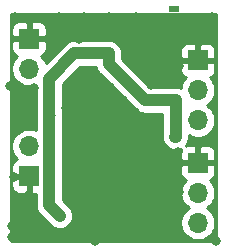
<source format=gbr>
%TF.GenerationSoftware,KiCad,Pcbnew,(5.1.10-1-10_14)*%
%TF.CreationDate,2021-11-01T10:51:15+01:00*%
%TF.ProjectId,esp32-wled-pcb,65737033-322d-4776-9c65-642d7063622e,rev?*%
%TF.SameCoordinates,Original*%
%TF.FileFunction,Copper,L2,Bot*%
%TF.FilePolarity,Positive*%
%FSLAX46Y46*%
G04 Gerber Fmt 4.6, Leading zero omitted, Abs format (unit mm)*
G04 Created by KiCad (PCBNEW (5.1.10-1-10_14)) date 2021-11-01 10:51:15*
%MOMM*%
%LPD*%
G01*
G04 APERTURE LIST*
%TA.AperFunction,ComponentPad*%
%ADD10O,1.700000X1.700000*%
%TD*%
%TA.AperFunction,ComponentPad*%
%ADD11R,1.700000X1.700000*%
%TD*%
%TA.AperFunction,ComponentPad*%
%ADD12R,0.900000X0.500000*%
%TD*%
%TA.AperFunction,ViaPad*%
%ADD13C,0.800000*%
%TD*%
%TA.AperFunction,Conductor*%
%ADD14C,1.000000*%
%TD*%
%TA.AperFunction,Conductor*%
%ADD15C,0.250000*%
%TD*%
%TA.AperFunction,Conductor*%
%ADD16C,0.254000*%
%TD*%
%TA.AperFunction,Conductor*%
%ADD17C,0.100000*%
%TD*%
G04 APERTURE END LIST*
D10*
%TO.P,J4,2*%
%TO.N,/BOOT*%
X106800000Y-62400000D03*
D11*
%TO.P,J4,1*%
%TO.N,GND*%
X106800000Y-64940000D03*
%TD*%
D10*
%TO.P,J3,2*%
%TO.N,/RST*%
X106800000Y-55840000D03*
D11*
%TO.P,J3,1*%
%TO.N,GND*%
X106800000Y-53300000D03*
%TD*%
D10*
%TO.P,J2,3*%
%TO.N,+5V*%
X121100000Y-68880000D03*
%TO.P,J2,2*%
%TO.N,/LED_DATA*%
X121100000Y-66340000D03*
D11*
%TO.P,J2,1*%
%TO.N,GND*%
X121100000Y-63800000D03*
%TD*%
D10*
%TO.P,J1,3*%
%TO.N,/ESP32_RXD*%
X121100000Y-60200000D03*
%TO.P,J1,2*%
%TO.N,/ESP32_TXD*%
X121100000Y-57660000D03*
D11*
%TO.P,J1,1*%
%TO.N,GND*%
X121100000Y-55120000D03*
%TD*%
D12*
%TO.P,AE1,2*%
%TO.N,GND*%
X119100000Y-50750000D03*
%TD*%
D13*
%TO.N,GND*%
X117100000Y-57200000D03*
X122600000Y-70400000D03*
X112350000Y-70450000D03*
X118200000Y-51950000D03*
X118200000Y-52900000D03*
X118200000Y-53800000D03*
X115900000Y-53950000D03*
X115900000Y-51500000D03*
X118200000Y-54700000D03*
X105400000Y-70100000D03*
X106425000Y-68825000D03*
X106600000Y-69900000D03*
X105350000Y-69150000D03*
X119225000Y-51650000D03*
X113550000Y-51500000D03*
X111450000Y-51500000D03*
X109350000Y-51500000D03*
X118450000Y-63550000D03*
X115800000Y-61625000D03*
X113700000Y-61625000D03*
X113700000Y-57425000D03*
X116850000Y-60575000D03*
X112650000Y-60575000D03*
X112650000Y-58475000D03*
X113700000Y-59525000D03*
X115800000Y-59525000D03*
X114750000Y-60575000D03*
X114750000Y-58475000D03*
X115900000Y-52600000D03*
X109900000Y-59200000D03*
X105600000Y-60300000D03*
X107150000Y-60700000D03*
X106800000Y-66500000D03*
X105500000Y-65000000D03*
X119400000Y-62900000D03*
X122300000Y-62000000D03*
X122300000Y-51500000D03*
X105600000Y-51500000D03*
X108500000Y-54700000D03*
X105200000Y-57300000D03*
X111000000Y-53300000D03*
X109500000Y-53700000D03*
X118600000Y-70050000D03*
X120600000Y-62000000D03*
X119500000Y-66300000D03*
X119500000Y-55600000D03*
X113700000Y-65700000D03*
X112350000Y-69100000D03*
X112350000Y-67859810D03*
X111099998Y-66950000D03*
X110800000Y-69050000D03*
X114650000Y-64200000D03*
X117200000Y-64200000D03*
X111300000Y-56050000D03*
X107250000Y-57450000D03*
X108000000Y-51550000D03*
X120800000Y-51550000D03*
X122350000Y-53350000D03*
%TO.N,+3V3*%
X113550000Y-54550000D03*
X109400000Y-68300000D03*
X119214990Y-58500000D03*
X119200000Y-61600000D03*
X108510001Y-62300000D03*
X108515631Y-56684369D03*
%TD*%
D14*
%TO.N,+3V3*%
X110650000Y-54550000D02*
X113550000Y-54550000D01*
D15*
X108915631Y-59800000D02*
X108515631Y-59400000D01*
X118850000Y-61600000D02*
X119200000Y-61600000D01*
D14*
X119214990Y-61585010D02*
X119200000Y-61600000D01*
X119214990Y-58500000D02*
X119214990Y-61585010D01*
X108515631Y-56684369D02*
X110650000Y-54550000D01*
X108515631Y-62294370D02*
X108510001Y-62300000D01*
X109400000Y-68300000D02*
X108510001Y-67410001D01*
X108510001Y-67410001D02*
X108510001Y-62300000D01*
X108515631Y-59400000D02*
X108515631Y-62294370D01*
X113550000Y-55450000D02*
X116600000Y-58500000D01*
X116600000Y-58500000D02*
X119214990Y-58500000D01*
X113550000Y-54550000D02*
X113550000Y-55450000D01*
X108515631Y-59400000D02*
X108515631Y-56684369D01*
%TD*%
D16*
%TO.N,GND*%
X122640001Y-70440000D02*
X105260000Y-70440000D01*
X105260000Y-65790000D01*
X105311928Y-65790000D01*
X105324188Y-65914482D01*
X105360498Y-66034180D01*
X105419463Y-66144494D01*
X105498815Y-66241185D01*
X105595506Y-66320537D01*
X105705820Y-66379502D01*
X105825518Y-66415812D01*
X105950000Y-66428072D01*
X106514250Y-66425000D01*
X106673000Y-66266250D01*
X106673000Y-65067000D01*
X105473750Y-65067000D01*
X105315000Y-65225750D01*
X105311928Y-65790000D01*
X105260000Y-65790000D01*
X105260000Y-54150000D01*
X105311928Y-54150000D01*
X105324188Y-54274482D01*
X105360498Y-54394180D01*
X105419463Y-54504494D01*
X105498815Y-54601185D01*
X105595506Y-54680537D01*
X105705820Y-54739502D01*
X105778380Y-54761513D01*
X105646525Y-54893368D01*
X105484010Y-55136589D01*
X105372068Y-55406842D01*
X105315000Y-55693740D01*
X105315000Y-55986260D01*
X105372068Y-56273158D01*
X105484010Y-56543411D01*
X105646525Y-56786632D01*
X105853368Y-56993475D01*
X106096589Y-57155990D01*
X106366842Y-57267932D01*
X106653740Y-57325000D01*
X106946260Y-57325000D01*
X107233158Y-57267932D01*
X107380632Y-57206847D01*
X107380631Y-59344248D01*
X107380631Y-59344249D01*
X107380632Y-61033153D01*
X107233158Y-60972068D01*
X106946260Y-60915000D01*
X106653740Y-60915000D01*
X106366842Y-60972068D01*
X106096589Y-61084010D01*
X105853368Y-61246525D01*
X105646525Y-61453368D01*
X105484010Y-61696589D01*
X105372068Y-61966842D01*
X105315000Y-62253740D01*
X105315000Y-62546260D01*
X105372068Y-62833158D01*
X105484010Y-63103411D01*
X105646525Y-63346632D01*
X105778380Y-63478487D01*
X105705820Y-63500498D01*
X105595506Y-63559463D01*
X105498815Y-63638815D01*
X105419463Y-63735506D01*
X105360498Y-63845820D01*
X105324188Y-63965518D01*
X105311928Y-64090000D01*
X105315000Y-64654250D01*
X105473750Y-64813000D01*
X106673000Y-64813000D01*
X106673000Y-64793000D01*
X106927000Y-64793000D01*
X106927000Y-64813000D01*
X106947000Y-64813000D01*
X106947000Y-65067000D01*
X106927000Y-65067000D01*
X106927000Y-66266250D01*
X107085750Y-66425000D01*
X107375001Y-66426575D01*
X107375001Y-67354249D01*
X107369510Y-67410001D01*
X107375001Y-67465752D01*
X107391424Y-67632499D01*
X107456325Y-67846447D01*
X107561717Y-68043624D01*
X107703552Y-68216450D01*
X107746865Y-68251996D01*
X108636856Y-69141989D01*
X108766377Y-69248284D01*
X108963553Y-69353676D01*
X109177501Y-69418577D01*
X109400000Y-69440491D01*
X109622499Y-69418577D01*
X109836447Y-69353676D01*
X110033623Y-69248284D01*
X110206449Y-69106449D01*
X110348284Y-68933623D01*
X110453676Y-68736447D01*
X110518577Y-68522499D01*
X110540491Y-68300000D01*
X110518577Y-68077501D01*
X110453676Y-67863553D01*
X110348284Y-67666377D01*
X110241989Y-67536856D01*
X109645001Y-66939869D01*
X109645001Y-64650000D01*
X119611928Y-64650000D01*
X119624188Y-64774482D01*
X119660498Y-64894180D01*
X119719463Y-65004494D01*
X119798815Y-65101185D01*
X119895506Y-65180537D01*
X120005820Y-65239502D01*
X120078380Y-65261513D01*
X119946525Y-65393368D01*
X119784010Y-65636589D01*
X119672068Y-65906842D01*
X119615000Y-66193740D01*
X119615000Y-66486260D01*
X119672068Y-66773158D01*
X119784010Y-67043411D01*
X119946525Y-67286632D01*
X120153368Y-67493475D01*
X120327760Y-67610000D01*
X120153368Y-67726525D01*
X119946525Y-67933368D01*
X119784010Y-68176589D01*
X119672068Y-68446842D01*
X119615000Y-68733740D01*
X119615000Y-69026260D01*
X119672068Y-69313158D01*
X119784010Y-69583411D01*
X119946525Y-69826632D01*
X120153368Y-70033475D01*
X120396589Y-70195990D01*
X120666842Y-70307932D01*
X120953740Y-70365000D01*
X121246260Y-70365000D01*
X121533158Y-70307932D01*
X121803411Y-70195990D01*
X122046632Y-70033475D01*
X122253475Y-69826632D01*
X122415990Y-69583411D01*
X122527932Y-69313158D01*
X122585000Y-69026260D01*
X122585000Y-68733740D01*
X122527932Y-68446842D01*
X122415990Y-68176589D01*
X122253475Y-67933368D01*
X122046632Y-67726525D01*
X121872240Y-67610000D01*
X122046632Y-67493475D01*
X122253475Y-67286632D01*
X122415990Y-67043411D01*
X122527932Y-66773158D01*
X122585000Y-66486260D01*
X122585000Y-66193740D01*
X122527932Y-65906842D01*
X122415990Y-65636589D01*
X122253475Y-65393368D01*
X122121620Y-65261513D01*
X122194180Y-65239502D01*
X122304494Y-65180537D01*
X122401185Y-65101185D01*
X122480537Y-65004494D01*
X122539502Y-64894180D01*
X122575812Y-64774482D01*
X122588072Y-64650000D01*
X122585000Y-64085750D01*
X122426250Y-63927000D01*
X121227000Y-63927000D01*
X121227000Y-63947000D01*
X120973000Y-63947000D01*
X120973000Y-63927000D01*
X119773750Y-63927000D01*
X119615000Y-64085750D01*
X119611928Y-64650000D01*
X109645001Y-64650000D01*
X109645001Y-62407285D01*
X109650631Y-62350122D01*
X109656122Y-62294371D01*
X109650631Y-62238619D01*
X109650631Y-59995144D01*
X109664633Y-59948985D01*
X109679307Y-59799999D01*
X109664633Y-59651013D01*
X109650631Y-59604854D01*
X109650631Y-57154500D01*
X111120133Y-55685000D01*
X112435215Y-55685000D01*
X112496324Y-55886447D01*
X112601717Y-56083623D01*
X112743552Y-56256449D01*
X112786860Y-56291991D01*
X115758009Y-59263141D01*
X115793551Y-59306449D01*
X115966377Y-59448284D01*
X116163553Y-59553676D01*
X116377501Y-59618577D01*
X116544248Y-59635000D01*
X116544257Y-59635000D01*
X116599999Y-59640490D01*
X116655741Y-59635000D01*
X118079990Y-59635000D01*
X118079991Y-61392042D01*
X118059509Y-61600000D01*
X118081423Y-61822498D01*
X118146324Y-62036446D01*
X118251717Y-62233622D01*
X118393552Y-62406448D01*
X118566378Y-62548283D01*
X118763554Y-62653676D01*
X118977502Y-62718577D01*
X119200000Y-62740491D01*
X119422498Y-62718577D01*
X119636446Y-62653676D01*
X119709139Y-62614821D01*
X119660498Y-62705820D01*
X119624188Y-62825518D01*
X119611928Y-62950000D01*
X119615000Y-63514250D01*
X119773750Y-63673000D01*
X120973000Y-63673000D01*
X120973000Y-62473750D01*
X121227000Y-62473750D01*
X121227000Y-63673000D01*
X122426250Y-63673000D01*
X122585000Y-63514250D01*
X122588072Y-62950000D01*
X122575812Y-62825518D01*
X122539502Y-62705820D01*
X122480537Y-62595506D01*
X122401185Y-62498815D01*
X122304494Y-62419463D01*
X122194180Y-62360498D01*
X122074482Y-62324188D01*
X121950000Y-62311928D01*
X121385750Y-62315000D01*
X121227000Y-62473750D01*
X120973000Y-62473750D01*
X120814250Y-62315000D01*
X120250000Y-62311928D01*
X120125518Y-62324188D01*
X120060448Y-62343927D01*
X120163274Y-62218633D01*
X120268666Y-62021457D01*
X120333567Y-61807509D01*
X120349990Y-61640762D01*
X120355481Y-61585011D01*
X120349990Y-61529259D01*
X120349990Y-61484854D01*
X120396589Y-61515990D01*
X120666842Y-61627932D01*
X120953740Y-61685000D01*
X121246260Y-61685000D01*
X121533158Y-61627932D01*
X121803411Y-61515990D01*
X122046632Y-61353475D01*
X122253475Y-61146632D01*
X122415990Y-60903411D01*
X122527932Y-60633158D01*
X122585000Y-60346260D01*
X122585000Y-60053740D01*
X122527932Y-59766842D01*
X122415990Y-59496589D01*
X122253475Y-59253368D01*
X122046632Y-59046525D01*
X121872240Y-58930000D01*
X122046632Y-58813475D01*
X122253475Y-58606632D01*
X122415990Y-58363411D01*
X122527932Y-58093158D01*
X122585000Y-57806260D01*
X122585000Y-57513740D01*
X122527932Y-57226842D01*
X122415990Y-56956589D01*
X122253475Y-56713368D01*
X122121620Y-56581513D01*
X122194180Y-56559502D01*
X122304494Y-56500537D01*
X122401185Y-56421185D01*
X122480537Y-56324494D01*
X122539502Y-56214180D01*
X122575812Y-56094482D01*
X122588072Y-55970000D01*
X122585000Y-55405750D01*
X122426250Y-55247000D01*
X121227000Y-55247000D01*
X121227000Y-55267000D01*
X120973000Y-55267000D01*
X120973000Y-55247000D01*
X119773750Y-55247000D01*
X119615000Y-55405750D01*
X119611928Y-55970000D01*
X119624188Y-56094482D01*
X119660498Y-56214180D01*
X119719463Y-56324494D01*
X119798815Y-56421185D01*
X119895506Y-56500537D01*
X120005820Y-56559502D01*
X120078380Y-56581513D01*
X119946525Y-56713368D01*
X119784010Y-56956589D01*
X119672068Y-57226842D01*
X119629720Y-57439736D01*
X119437489Y-57381423D01*
X119270742Y-57365000D01*
X119270741Y-57365000D01*
X119214990Y-57359509D01*
X119159238Y-57365000D01*
X117070132Y-57365000D01*
X114685000Y-54979869D01*
X114685000Y-54605752D01*
X114690491Y-54550000D01*
X114668577Y-54327501D01*
X114651135Y-54270000D01*
X119611928Y-54270000D01*
X119615000Y-54834250D01*
X119773750Y-54993000D01*
X120973000Y-54993000D01*
X120973000Y-53793750D01*
X121227000Y-53793750D01*
X121227000Y-54993000D01*
X122426250Y-54993000D01*
X122585000Y-54834250D01*
X122588072Y-54270000D01*
X122575812Y-54145518D01*
X122539502Y-54025820D01*
X122480537Y-53915506D01*
X122401185Y-53818815D01*
X122304494Y-53739463D01*
X122194180Y-53680498D01*
X122074482Y-53644188D01*
X121950000Y-53631928D01*
X121385750Y-53635000D01*
X121227000Y-53793750D01*
X120973000Y-53793750D01*
X120814250Y-53635000D01*
X120250000Y-53631928D01*
X120125518Y-53644188D01*
X120005820Y-53680498D01*
X119895506Y-53739463D01*
X119798815Y-53818815D01*
X119719463Y-53915506D01*
X119660498Y-54025820D01*
X119624188Y-54145518D01*
X119611928Y-54270000D01*
X114651135Y-54270000D01*
X114603676Y-54113553D01*
X114498284Y-53916377D01*
X114356449Y-53743551D01*
X114183623Y-53601716D01*
X113986447Y-53496324D01*
X113772499Y-53431423D01*
X113605752Y-53415000D01*
X113605751Y-53415000D01*
X113550000Y-53409509D01*
X113494248Y-53415000D01*
X110705752Y-53415000D01*
X110650000Y-53409509D01*
X110427501Y-53431423D01*
X110213553Y-53496324D01*
X110016377Y-53601716D01*
X109886856Y-53708011D01*
X109886854Y-53708013D01*
X109843551Y-53743551D01*
X109808013Y-53786854D01*
X108216244Y-55378625D01*
X108115990Y-55136589D01*
X107953475Y-54893368D01*
X107821620Y-54761513D01*
X107894180Y-54739502D01*
X108004494Y-54680537D01*
X108101185Y-54601185D01*
X108180537Y-54504494D01*
X108239502Y-54394180D01*
X108275812Y-54274482D01*
X108288072Y-54150000D01*
X108285000Y-53585750D01*
X108126250Y-53427000D01*
X106927000Y-53427000D01*
X106927000Y-53447000D01*
X106673000Y-53447000D01*
X106673000Y-53427000D01*
X105473750Y-53427000D01*
X105315000Y-53585750D01*
X105311928Y-54150000D01*
X105260000Y-54150000D01*
X105260000Y-52450000D01*
X105311928Y-52450000D01*
X105315000Y-53014250D01*
X105473750Y-53173000D01*
X106673000Y-53173000D01*
X106673000Y-51973750D01*
X106927000Y-51973750D01*
X106927000Y-53173000D01*
X108126250Y-53173000D01*
X108285000Y-53014250D01*
X108288072Y-52450000D01*
X108275812Y-52325518D01*
X108239502Y-52205820D01*
X108180537Y-52095506D01*
X108101185Y-51998815D01*
X108004494Y-51919463D01*
X107894180Y-51860498D01*
X107774482Y-51824188D01*
X107650000Y-51811928D01*
X107085750Y-51815000D01*
X106927000Y-51973750D01*
X106673000Y-51973750D01*
X106514250Y-51815000D01*
X105950000Y-51811928D01*
X105825518Y-51824188D01*
X105705820Y-51860498D01*
X105595506Y-51919463D01*
X105498815Y-51998815D01*
X105419463Y-52095506D01*
X105360498Y-52205820D01*
X105324188Y-52325518D01*
X105311928Y-52450000D01*
X105260000Y-52450000D01*
X105260000Y-51227000D01*
X122640000Y-51227000D01*
X122640001Y-70440000D01*
%TA.AperFunction,Conductor*%
D17*
G36*
X122640001Y-70440000D02*
G01*
X105260000Y-70440000D01*
X105260000Y-65790000D01*
X105311928Y-65790000D01*
X105324188Y-65914482D01*
X105360498Y-66034180D01*
X105419463Y-66144494D01*
X105498815Y-66241185D01*
X105595506Y-66320537D01*
X105705820Y-66379502D01*
X105825518Y-66415812D01*
X105950000Y-66428072D01*
X106514250Y-66425000D01*
X106673000Y-66266250D01*
X106673000Y-65067000D01*
X105473750Y-65067000D01*
X105315000Y-65225750D01*
X105311928Y-65790000D01*
X105260000Y-65790000D01*
X105260000Y-54150000D01*
X105311928Y-54150000D01*
X105324188Y-54274482D01*
X105360498Y-54394180D01*
X105419463Y-54504494D01*
X105498815Y-54601185D01*
X105595506Y-54680537D01*
X105705820Y-54739502D01*
X105778380Y-54761513D01*
X105646525Y-54893368D01*
X105484010Y-55136589D01*
X105372068Y-55406842D01*
X105315000Y-55693740D01*
X105315000Y-55986260D01*
X105372068Y-56273158D01*
X105484010Y-56543411D01*
X105646525Y-56786632D01*
X105853368Y-56993475D01*
X106096589Y-57155990D01*
X106366842Y-57267932D01*
X106653740Y-57325000D01*
X106946260Y-57325000D01*
X107233158Y-57267932D01*
X107380632Y-57206847D01*
X107380631Y-59344248D01*
X107380631Y-59344249D01*
X107380632Y-61033153D01*
X107233158Y-60972068D01*
X106946260Y-60915000D01*
X106653740Y-60915000D01*
X106366842Y-60972068D01*
X106096589Y-61084010D01*
X105853368Y-61246525D01*
X105646525Y-61453368D01*
X105484010Y-61696589D01*
X105372068Y-61966842D01*
X105315000Y-62253740D01*
X105315000Y-62546260D01*
X105372068Y-62833158D01*
X105484010Y-63103411D01*
X105646525Y-63346632D01*
X105778380Y-63478487D01*
X105705820Y-63500498D01*
X105595506Y-63559463D01*
X105498815Y-63638815D01*
X105419463Y-63735506D01*
X105360498Y-63845820D01*
X105324188Y-63965518D01*
X105311928Y-64090000D01*
X105315000Y-64654250D01*
X105473750Y-64813000D01*
X106673000Y-64813000D01*
X106673000Y-64793000D01*
X106927000Y-64793000D01*
X106927000Y-64813000D01*
X106947000Y-64813000D01*
X106947000Y-65067000D01*
X106927000Y-65067000D01*
X106927000Y-66266250D01*
X107085750Y-66425000D01*
X107375001Y-66426575D01*
X107375001Y-67354249D01*
X107369510Y-67410001D01*
X107375001Y-67465752D01*
X107391424Y-67632499D01*
X107456325Y-67846447D01*
X107561717Y-68043624D01*
X107703552Y-68216450D01*
X107746865Y-68251996D01*
X108636856Y-69141989D01*
X108766377Y-69248284D01*
X108963553Y-69353676D01*
X109177501Y-69418577D01*
X109400000Y-69440491D01*
X109622499Y-69418577D01*
X109836447Y-69353676D01*
X110033623Y-69248284D01*
X110206449Y-69106449D01*
X110348284Y-68933623D01*
X110453676Y-68736447D01*
X110518577Y-68522499D01*
X110540491Y-68300000D01*
X110518577Y-68077501D01*
X110453676Y-67863553D01*
X110348284Y-67666377D01*
X110241989Y-67536856D01*
X109645001Y-66939869D01*
X109645001Y-64650000D01*
X119611928Y-64650000D01*
X119624188Y-64774482D01*
X119660498Y-64894180D01*
X119719463Y-65004494D01*
X119798815Y-65101185D01*
X119895506Y-65180537D01*
X120005820Y-65239502D01*
X120078380Y-65261513D01*
X119946525Y-65393368D01*
X119784010Y-65636589D01*
X119672068Y-65906842D01*
X119615000Y-66193740D01*
X119615000Y-66486260D01*
X119672068Y-66773158D01*
X119784010Y-67043411D01*
X119946525Y-67286632D01*
X120153368Y-67493475D01*
X120327760Y-67610000D01*
X120153368Y-67726525D01*
X119946525Y-67933368D01*
X119784010Y-68176589D01*
X119672068Y-68446842D01*
X119615000Y-68733740D01*
X119615000Y-69026260D01*
X119672068Y-69313158D01*
X119784010Y-69583411D01*
X119946525Y-69826632D01*
X120153368Y-70033475D01*
X120396589Y-70195990D01*
X120666842Y-70307932D01*
X120953740Y-70365000D01*
X121246260Y-70365000D01*
X121533158Y-70307932D01*
X121803411Y-70195990D01*
X122046632Y-70033475D01*
X122253475Y-69826632D01*
X122415990Y-69583411D01*
X122527932Y-69313158D01*
X122585000Y-69026260D01*
X122585000Y-68733740D01*
X122527932Y-68446842D01*
X122415990Y-68176589D01*
X122253475Y-67933368D01*
X122046632Y-67726525D01*
X121872240Y-67610000D01*
X122046632Y-67493475D01*
X122253475Y-67286632D01*
X122415990Y-67043411D01*
X122527932Y-66773158D01*
X122585000Y-66486260D01*
X122585000Y-66193740D01*
X122527932Y-65906842D01*
X122415990Y-65636589D01*
X122253475Y-65393368D01*
X122121620Y-65261513D01*
X122194180Y-65239502D01*
X122304494Y-65180537D01*
X122401185Y-65101185D01*
X122480537Y-65004494D01*
X122539502Y-64894180D01*
X122575812Y-64774482D01*
X122588072Y-64650000D01*
X122585000Y-64085750D01*
X122426250Y-63927000D01*
X121227000Y-63927000D01*
X121227000Y-63947000D01*
X120973000Y-63947000D01*
X120973000Y-63927000D01*
X119773750Y-63927000D01*
X119615000Y-64085750D01*
X119611928Y-64650000D01*
X109645001Y-64650000D01*
X109645001Y-62407285D01*
X109650631Y-62350122D01*
X109656122Y-62294371D01*
X109650631Y-62238619D01*
X109650631Y-59995144D01*
X109664633Y-59948985D01*
X109679307Y-59799999D01*
X109664633Y-59651013D01*
X109650631Y-59604854D01*
X109650631Y-57154500D01*
X111120133Y-55685000D01*
X112435215Y-55685000D01*
X112496324Y-55886447D01*
X112601717Y-56083623D01*
X112743552Y-56256449D01*
X112786860Y-56291991D01*
X115758009Y-59263141D01*
X115793551Y-59306449D01*
X115966377Y-59448284D01*
X116163553Y-59553676D01*
X116377501Y-59618577D01*
X116544248Y-59635000D01*
X116544257Y-59635000D01*
X116599999Y-59640490D01*
X116655741Y-59635000D01*
X118079990Y-59635000D01*
X118079991Y-61392042D01*
X118059509Y-61600000D01*
X118081423Y-61822498D01*
X118146324Y-62036446D01*
X118251717Y-62233622D01*
X118393552Y-62406448D01*
X118566378Y-62548283D01*
X118763554Y-62653676D01*
X118977502Y-62718577D01*
X119200000Y-62740491D01*
X119422498Y-62718577D01*
X119636446Y-62653676D01*
X119709139Y-62614821D01*
X119660498Y-62705820D01*
X119624188Y-62825518D01*
X119611928Y-62950000D01*
X119615000Y-63514250D01*
X119773750Y-63673000D01*
X120973000Y-63673000D01*
X120973000Y-62473750D01*
X121227000Y-62473750D01*
X121227000Y-63673000D01*
X122426250Y-63673000D01*
X122585000Y-63514250D01*
X122588072Y-62950000D01*
X122575812Y-62825518D01*
X122539502Y-62705820D01*
X122480537Y-62595506D01*
X122401185Y-62498815D01*
X122304494Y-62419463D01*
X122194180Y-62360498D01*
X122074482Y-62324188D01*
X121950000Y-62311928D01*
X121385750Y-62315000D01*
X121227000Y-62473750D01*
X120973000Y-62473750D01*
X120814250Y-62315000D01*
X120250000Y-62311928D01*
X120125518Y-62324188D01*
X120060448Y-62343927D01*
X120163274Y-62218633D01*
X120268666Y-62021457D01*
X120333567Y-61807509D01*
X120349990Y-61640762D01*
X120355481Y-61585011D01*
X120349990Y-61529259D01*
X120349990Y-61484854D01*
X120396589Y-61515990D01*
X120666842Y-61627932D01*
X120953740Y-61685000D01*
X121246260Y-61685000D01*
X121533158Y-61627932D01*
X121803411Y-61515990D01*
X122046632Y-61353475D01*
X122253475Y-61146632D01*
X122415990Y-60903411D01*
X122527932Y-60633158D01*
X122585000Y-60346260D01*
X122585000Y-60053740D01*
X122527932Y-59766842D01*
X122415990Y-59496589D01*
X122253475Y-59253368D01*
X122046632Y-59046525D01*
X121872240Y-58930000D01*
X122046632Y-58813475D01*
X122253475Y-58606632D01*
X122415990Y-58363411D01*
X122527932Y-58093158D01*
X122585000Y-57806260D01*
X122585000Y-57513740D01*
X122527932Y-57226842D01*
X122415990Y-56956589D01*
X122253475Y-56713368D01*
X122121620Y-56581513D01*
X122194180Y-56559502D01*
X122304494Y-56500537D01*
X122401185Y-56421185D01*
X122480537Y-56324494D01*
X122539502Y-56214180D01*
X122575812Y-56094482D01*
X122588072Y-55970000D01*
X122585000Y-55405750D01*
X122426250Y-55247000D01*
X121227000Y-55247000D01*
X121227000Y-55267000D01*
X120973000Y-55267000D01*
X120973000Y-55247000D01*
X119773750Y-55247000D01*
X119615000Y-55405750D01*
X119611928Y-55970000D01*
X119624188Y-56094482D01*
X119660498Y-56214180D01*
X119719463Y-56324494D01*
X119798815Y-56421185D01*
X119895506Y-56500537D01*
X120005820Y-56559502D01*
X120078380Y-56581513D01*
X119946525Y-56713368D01*
X119784010Y-56956589D01*
X119672068Y-57226842D01*
X119629720Y-57439736D01*
X119437489Y-57381423D01*
X119270742Y-57365000D01*
X119270741Y-57365000D01*
X119214990Y-57359509D01*
X119159238Y-57365000D01*
X117070132Y-57365000D01*
X114685000Y-54979869D01*
X114685000Y-54605752D01*
X114690491Y-54550000D01*
X114668577Y-54327501D01*
X114651135Y-54270000D01*
X119611928Y-54270000D01*
X119615000Y-54834250D01*
X119773750Y-54993000D01*
X120973000Y-54993000D01*
X120973000Y-53793750D01*
X121227000Y-53793750D01*
X121227000Y-54993000D01*
X122426250Y-54993000D01*
X122585000Y-54834250D01*
X122588072Y-54270000D01*
X122575812Y-54145518D01*
X122539502Y-54025820D01*
X122480537Y-53915506D01*
X122401185Y-53818815D01*
X122304494Y-53739463D01*
X122194180Y-53680498D01*
X122074482Y-53644188D01*
X121950000Y-53631928D01*
X121385750Y-53635000D01*
X121227000Y-53793750D01*
X120973000Y-53793750D01*
X120814250Y-53635000D01*
X120250000Y-53631928D01*
X120125518Y-53644188D01*
X120005820Y-53680498D01*
X119895506Y-53739463D01*
X119798815Y-53818815D01*
X119719463Y-53915506D01*
X119660498Y-54025820D01*
X119624188Y-54145518D01*
X119611928Y-54270000D01*
X114651135Y-54270000D01*
X114603676Y-54113553D01*
X114498284Y-53916377D01*
X114356449Y-53743551D01*
X114183623Y-53601716D01*
X113986447Y-53496324D01*
X113772499Y-53431423D01*
X113605752Y-53415000D01*
X113605751Y-53415000D01*
X113550000Y-53409509D01*
X113494248Y-53415000D01*
X110705752Y-53415000D01*
X110650000Y-53409509D01*
X110427501Y-53431423D01*
X110213553Y-53496324D01*
X110016377Y-53601716D01*
X109886856Y-53708011D01*
X109886854Y-53708013D01*
X109843551Y-53743551D01*
X109808013Y-53786854D01*
X108216244Y-55378625D01*
X108115990Y-55136589D01*
X107953475Y-54893368D01*
X107821620Y-54761513D01*
X107894180Y-54739502D01*
X108004494Y-54680537D01*
X108101185Y-54601185D01*
X108180537Y-54504494D01*
X108239502Y-54394180D01*
X108275812Y-54274482D01*
X108288072Y-54150000D01*
X108285000Y-53585750D01*
X108126250Y-53427000D01*
X106927000Y-53427000D01*
X106927000Y-53447000D01*
X106673000Y-53447000D01*
X106673000Y-53427000D01*
X105473750Y-53427000D01*
X105315000Y-53585750D01*
X105311928Y-54150000D01*
X105260000Y-54150000D01*
X105260000Y-52450000D01*
X105311928Y-52450000D01*
X105315000Y-53014250D01*
X105473750Y-53173000D01*
X106673000Y-53173000D01*
X106673000Y-51973750D01*
X106927000Y-51973750D01*
X106927000Y-53173000D01*
X108126250Y-53173000D01*
X108285000Y-53014250D01*
X108288072Y-52450000D01*
X108275812Y-52325518D01*
X108239502Y-52205820D01*
X108180537Y-52095506D01*
X108101185Y-51998815D01*
X108004494Y-51919463D01*
X107894180Y-51860498D01*
X107774482Y-51824188D01*
X107650000Y-51811928D01*
X107085750Y-51815000D01*
X106927000Y-51973750D01*
X106673000Y-51973750D01*
X106514250Y-51815000D01*
X105950000Y-51811928D01*
X105825518Y-51824188D01*
X105705820Y-51860498D01*
X105595506Y-51919463D01*
X105498815Y-51998815D01*
X105419463Y-52095506D01*
X105360498Y-52205820D01*
X105324188Y-52325518D01*
X105311928Y-52450000D01*
X105260000Y-52450000D01*
X105260000Y-51227000D01*
X122640000Y-51227000D01*
X122640001Y-70440000D01*
G37*
%TD.AperFunction*%
%TD*%
M02*

</source>
